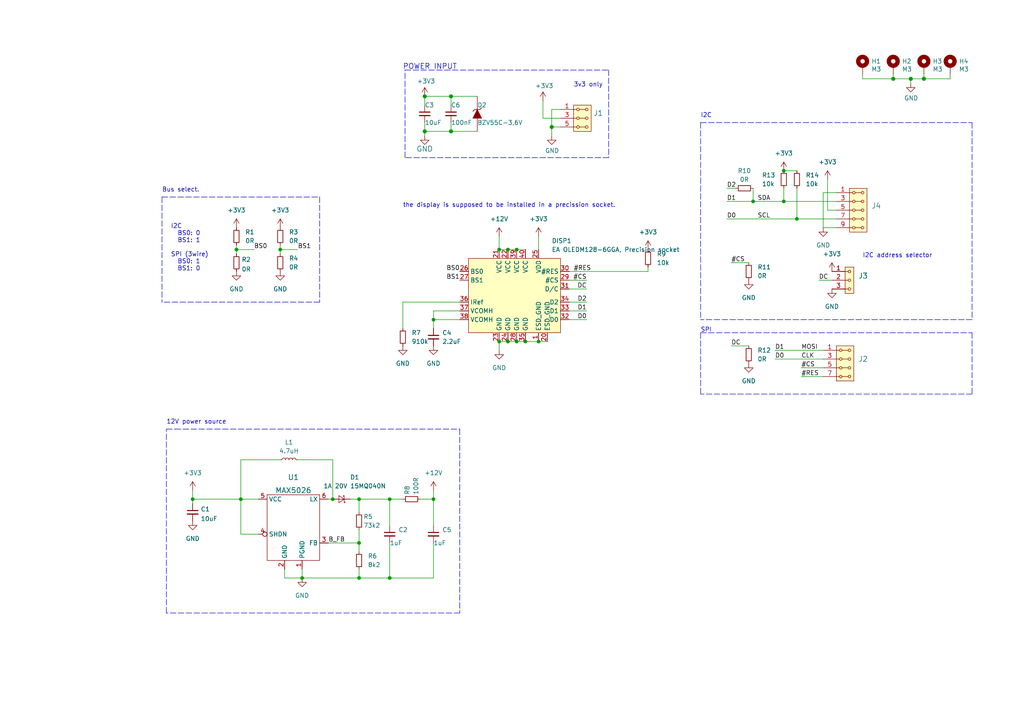
<source format=kicad_sch>
(kicad_sch (version 20211123) (generator eeschema)
  (paper "A4")
  (title_block (title "OLED01A") (date "2022-05-11") (company "MLAB") (comment 1 "roman-dvorak"))
  (lib_symbols
    (symbol "Device:C_Small" (pin_numbers hide) (pin_names (offset 0.254) hide)
      (property "Reference" "C" (at 0.254 1.778 0))
      (property "Value" "C_Small" (at 0.254 -2.032 0))
      (symbol "C_Small_0_1"
        (polyline (pts (xy -1.524 -0.508) (xy 1.524 -0.508)) (stroke (width 0.3302)))
        (polyline (pts (xy -1.524 0.508) (xy 1.524 0.508)) (stroke (width 0.3048)))
      )
      (symbol "C_Small_1_1"
        (pin passive line (at 0 2.54 270) (length 2.032) (name "~") (number "1"))
        (pin passive line (at 0 -2.54 90) (length 2.032) (name "~") (number "2"))
      )
    )
    (symbol "Device:D_Schottky_Small" (pin_numbers hide) (pin_names (offset 0.254) hide)
      (property "Reference" "D" (at -1.27 2.032 0))
      (property "Value" "D_Schottky_Small" (at -7.112 -2.032 0))
      (symbol "D_Schottky_Small_0_1"
        (polyline (pts (xy -0.762 -1.016) (xy -0.762 1.016)))
        (polyline (pts (xy -0.762 0) (xy 0.762 0)))
        (polyline (pts (xy -0.762 -1.016) (xy -0.508 -1.016) (xy -0.508 -0.762)))
        (polyline (pts (xy -0.762 1.016) (xy -1.016 1.016) (xy -1.016 0.762)))
        (polyline (pts (xy 0.762 -1.016) (xy -0.762 0) (xy 0.762 1.016) (xy 0.762 -1.016)))
      )
      (symbol "D_Schottky_Small_1_1"
        (pin passive line (at -2.54 0 0) (length 1.778) (name "K") (number "1"))
        (pin passive line (at 2.54 0 180) (length 1.778) (name "A") (number "2"))
      )
    )
    (symbol "Device:L_Small" (pin_numbers hide) (pin_names (offset 0.254) hide)
      (property "Reference" "L" (at 0.762 1.016 0))
      (property "Value" "L_Small" (at 0.762 -1.016 0))
      (symbol "L_Small_0_1"
        (arc (start 0 -2.032) (mid 0.508 -1.524) (end 0 -1.016))
        (arc (start 0 -1.016) (mid 0.508 -0.508) (end 0 0))
        (arc (start 0 0) (mid 0.508 0.508) (end 0 1.016))
        (arc (start 0 1.016) (mid 0.508 1.524) (end 0 2.032))
      )
      (symbol "L_Small_1_1"
        (pin passive line (at 0 2.54 270) (length 0.508) (name "~") (number "1"))
        (pin passive line (at 0 -2.54 90) (length 0.508) (name "~") (number "2"))
      )
    )
    (symbol "Device:R_Small" (pin_numbers hide) (pin_names (offset 0.254) hide)
      (property "Reference" "R" (at 0.762 0.508 0))
      (property "Value" "R_Small" (at 0.762 -1.016 0))
      (symbol "R_Small_0_1"
        (rectangle (start -0.762 1.778) (end 0.762 -1.778) (stroke (width 0.2032)))
      )
      (symbol "R_Small_1_1"
        (pin passive line (at 0 2.54 270) (length 0.762) (name "~") (number "1"))
        (pin passive line (at 0 -2.54 90) (length 0.762) (name "~") (number "2"))
      )
    )
    (symbol "ISM02A-rescue:C_Small-Device-ISM02A-rescue" (pin_numbers hide) (pin_names (offset 0.254) hide)
      (property "Reference" "C" (at 0.254 1.778 0))
      (property "Value" "C_Small-Device-ISM02A-rescue" (at 0.254 -2.032 0))
      (symbol "C_Small-Device-ISM02A-rescue_0_1"
        (polyline (pts (xy -1.524 -0.508) (xy 1.524 -0.508)) (stroke (width 0.3302)))
        (polyline (pts (xy -1.524 0.508) (xy 1.524 0.508)) (stroke (width 0.3048)))
      )
      (symbol "C_Small-Device-ISM02A-rescue_1_1"
        (pin passive line (at 0 2.54 270) (length 2.032) (name "~") (number "1"))
        (pin passive line (at 0 -2.54 90) (length 2.032) (name "~") (number "2"))
      )
    )
    (symbol "ISM02A-rescue:D_ZENER-MLAB_D" (pin_numbers hide) (pin_names (offset 1.016) hide)
      (property "Reference" "D" (at 0 2.54 0))
      (property "Value" "D_ZENER-MLAB_D" (at 0 -2.54 0))
      (symbol "D_ZENER-MLAB_D_0_1"
        (polyline (pts (xy -1.778 1.27) (xy -1.27 0.762) (xy -1.27 -0.762) (xy -0.762 -1.27) (xy -0.762 -1.27)) (stroke (width 0.2032)))
        (polyline (pts (xy -1.27 0) (xy 1.27 1.27) (xy 1.27 -1.27) (xy -1.27 0) (xy -1.27 0)) (fill (type outline)))
      )
      (symbol "D_ZENER-MLAB_D_1_1"
        (pin passive line (at -5.08 0 0) (length 3.81) (name "K") (number "1"))
        (pin passive line (at 5.08 0 180) (length 3.81) (name "A") (number "2"))
      )
    )
    (symbol "MLAB_DISPLAY:EA_OLEDM128-6"
      (property "Reference" "DISP" (at 16.51 21.59 0))
      (property "Value" "EA_OLEDM128-6" (at 21.59 19.05 0))
      (symbol "EA_OLEDM128-6_0_0"
        (pin power_in line (at 8.89 -12.7 90) (length 2.54) (name "ESD_GND") (number "1"))
        (pin no_connect line (at 55.88 -53.34 0) (length 2.54) hide (name "") (number "18"))
        (pin no_connect line (at 55.88 -55.88 0) (length 2.54) hide (name "") (number "19"))
        (pin no_connect line (at 55.88 -48.26 0) (length 2.54) hide (name "") (number "2"))
        (pin power_in line (at 11.43 -12.7 90) (length 2.54) (name "ESD_GND") (number "20"))
        (pin power_in line (at -2.54 13.97 270) (length 2.54) (name "VCC") (number "21"))
        (pin power_in line (at 0 13.97 270) (length 2.54) (name "VCC") (number "22"))
        (pin power_in line (at -2.54 -12.7 90) (length 2.54) (name "GND") (number "23"))
        (pin power_in line (at 0 -12.7 90) (length 2.54) (name "GND") (number "24"))
        (pin power_in line (at 8.89 13.97 270) (length 2.54) (name "VDD") (number "25"))
        (pin input line (at -13.97 7.62 0) (length 2.54) (name "BS0") (number "26"))
        (pin input line (at -13.97 5.08 0) (length 2.54) (name "BS1") (number "27"))
        (pin power_in line (at 2.54 -12.7 90) (length 2.54) (name "GND") (number "28"))
        (pin input line (at 17.78 5.08 180) (length 2.54) (name "#CS") (number "29"))
        (pin no_connect line (at 55.88 -50.8 0) (length 2.54) hide (name "") (number "3"))
        (pin input line (at 17.78 7.62 180) (length 2.54) (name "#RES") (number "30"))
        (pin input line (at 17.78 2.54 180) (length 2.54) (name "D/C") (number "31"))
        (pin input line (at 17.78 -6.35 180) (length 2.54) (name "D0") (number "32"))
        (pin input line (at 17.78 -3.81 180) (length 2.54) (name "D1") (number "33"))
        (pin input line (at 17.78 -1.27 180) (length 2.54) (name "D2") (number "34"))
        (pin power_in line (at 5.08 -12.7 90) (length 2.54) (name "GND") (number "35"))
        (pin power_in line (at -13.97 -1.27 0) (length 2.54) (name "IRef") (number "36"))
        (pin power_in line (at -13.97 -3.81 0) (length 2.54) (name "VCOMH") (number "37"))
        (pin power_in line (at -13.97 -6.35 0) (length 2.54) (name "VCOMH") (number "38"))
        (pin power_in line (at 2.54 13.97 270) (length 2.54) (name "VCC") (number "39"))
        (pin power_in line (at 5.08 13.97 270) (length 2.54) (name "VCC") (number "40"))
      )
      (symbol "EA_OLEDM128-6_0_1"
        (rectangle (start -11.43 11.43) (end 15.24 -10.16) (stroke (width 0.1524)) (fill (type background)))
      )
    )
    (symbol "MLAB_HEADER:HEADER_1x03" (pin_names (offset 1.016))
      (property "Reference" "J" (at 0 -5.08 0))
      (property "Value" "HEADER_1x03" (at 0 5.08 0))
      (symbol "HEADER_1x03_0_1"
        (rectangle (start -1.27 3.81) (end 1.27 -3.81) (fill (type background)))
        (circle (center 0 -2.54) (radius 0.381))
        (polyline (pts (xy -1.27 -2.54) (xy -0.381 -2.54)))
        (polyline (pts (xy -1.27 0) (xy -0.381 0)))
        (polyline (pts (xy -1.27 2.54) (xy -0.381 2.54)))
        (circle (center 0 0) (radius 0.381))
        (circle (center 0 2.54) (radius 0.381))
      )
      (symbol "HEADER_1x03_1_1"
        (pin input line (at -5.08 2.54 0) (length 3.81) (name "~") (number "1"))
        (pin input line (at -5.08 0 0) (length 3.81) (name "~") (number "2"))
        (pin input line (at -5.08 -2.54 0) (length 3.81) (name "~") (number "3"))
      )
    )
    (symbol "MLAB_HEADER:HEADER_2x03_PARALLEL" (pin_names (offset 1.016))
      (property "Reference" "J" (at 0 -5.08 0))
      (property "Value" "HEADER_2x03_PARALLEL" (at 0 5.08 0))
      (symbol "HEADER_2x03_PARALLEL_0_1"
        (rectangle (start -2.54 3.81) (end 2.54 -3.81) (fill (type background)))
        (circle (center -1.27 -2.54) (radius 0.381))
        (circle (center -1.27 0) (radius 0.381))
        (circle (center -1.27 2.54) (radius 0.381))
        (polyline (pts (xy -1.651 -2.54) (xy -2.54 -2.54)))
        (polyline (pts (xy -1.651 0) (xy -2.54 0)))
        (polyline (pts (xy -1.651 2.54) (xy -2.54 2.54)))
        (polyline (pts (xy -0.889 -2.54) (xy 0.889 -2.54)))
        (polyline (pts (xy -0.889 0) (xy 0.889 0)))
        (polyline (pts (xy -0.889 2.54) (xy 0.889 2.54)))
        (circle (center 1.27 -2.54) (radius 0.381))
        (circle (center 1.27 0) (radius 0.381))
        (circle (center 1.27 2.54) (radius 0.381))
      )
      (symbol "HEADER_2x03_PARALLEL_1_1"
        (pin input line (at -6.35 2.54 0) (length 3.81) (name "~") (number "1"))
        (pin input line (at -6.35 2.54 0) (length 3.81) hide (name "~") (number "2"))
        (pin input line (at -6.35 0 0) (length 3.81) (name "~") (number "3"))
        (pin input line (at -6.35 0 0) (length 3.81) hide (name "~") (number "4"))
        (pin input line (at -6.35 -2.54 0) (length 3.81) (name "~") (number "5"))
        (pin input line (at -6.35 -2.54 0) (length 3.81) hide (name "~") (number "6"))
      )
    )
    (symbol "MLAB_HEADER:HEADER_2x04_PARALLEL" (pin_names (offset 1.016))
      (property "Reference" "J" (at 0 -6.35 0))
      (property "Value" "HEADER_2x04_PARALLEL" (at 0 6.35 0))
      (symbol "HEADER_2x04_PARALLEL_0_1"
        (rectangle (start -2.54 5.08) (end 2.54 -5.08) (fill (type background)))
        (circle (center -1.27 -3.81) (radius 0.381))
        (circle (center -1.27 -1.27) (radius 0.381))
        (circle (center -1.27 1.27) (radius 0.381))
        (circle (center -1.27 3.81) (radius 0.381))
        (polyline (pts (xy -1.651 -3.81) (xy -2.54 -3.81)))
        (polyline (pts (xy -1.651 -1.27) (xy -2.54 -1.27)))
        (polyline (pts (xy -1.651 1.27) (xy -2.54 1.27)))
        (polyline (pts (xy -1.651 3.81) (xy -2.54 3.81)))
        (polyline (pts (xy -0.889 -3.81) (xy 0.889 -3.81)))
        (polyline (pts (xy -0.889 -1.27) (xy 0.889 -1.27)))
        (polyline (pts (xy -0.889 1.27) (xy 0.889 1.27)))
        (polyline (pts (xy -0.889 3.81) (xy 0.889 3.81)))
        (circle (center 1.27 -3.81) (radius 0.381))
        (circle (center 1.27 -1.27) (radius 0.381))
        (circle (center 1.27 1.27) (radius 0.381))
        (circle (center 1.27 3.81) (radius 0.381))
      )
      (symbol "HEADER_2x04_PARALLEL_1_1"
        (pin input line (at -6.35 3.81 0) (length 3.81) (name "~") (number "1"))
        (pin input line (at -6.35 3.81 0) (length 3.81) hide (name "~") (number "2"))
        (pin input line (at -6.35 1.27 0) (length 3.81) (name "~") (number "3"))
        (pin input line (at -6.35 1.27 0) (length 3.81) hide (name "~") (number "4"))
        (pin input line (at -6.35 -1.27 0) (length 3.81) (name "~") (number "5"))
        (pin input line (at -6.35 -1.27 0) (length 3.81) hide (name "~") (number "6"))
        (pin input line (at -6.35 -3.81 0) (length 3.81) (name "~") (number "7"))
        (pin input line (at -6.35 -3.81 0) (length 3.81) hide (name "~") (number "8"))
      )
    )
    (symbol "MLAB_HEADER:HEADER_2x05_PARALLEL" (pin_names (offset 1.016))
      (property "Reference" "J" (at 0 -7.62 0))
      (property "Value" "HEADER_2x05_PARALLEL" (at 0 7.62 0))
      (symbol "HEADER_2x05_PARALLEL_0_1"
        (rectangle (start -2.54 6.35) (end 2.54 -6.35) (fill (type background)))
        (circle (center -1.27 -5.08) (radius 0.381))
        (circle (center -1.27 -2.54) (radius 0.381))
        (circle (center -1.27 0) (radius 0.381))
        (circle (center -1.27 2.54) (radius 0.381))
        (circle (center -1.27 5.08) (radius 0.381))
        (polyline (pts (xy -1.651 -5.08) (xy -2.54 -5.08)))
        (polyline (pts (xy -1.651 -2.54) (xy -2.54 -2.54)))
        (polyline (pts (xy -1.651 0) (xy -2.54 0)))
        (polyline (pts (xy -1.651 2.54) (xy -2.54 2.54)))
        (polyline (pts (xy -1.651 5.08) (xy -2.54 5.08)))
        (polyline (pts (xy -0.889 -5.08) (xy 0.889 -5.08)))
        (polyline (pts (xy -0.889 -2.54) (xy 0.889 -2.54)))
        (polyline (pts (xy -0.889 0) (xy 0.889 0)))
        (polyline (pts (xy -0.889 2.54) (xy 0.889 2.54)))
        (polyline (pts (xy -0.889 5.08) (xy 0.889 5.08)))
        (circle (center 1.27 -5.08) (radius 0.381))
        (circle (center 1.27 -2.54) (radius 0.381))
        (circle (center 1.27 0) (radius 0.381))
        (circle (center 1.27 2.54) (radius 0.381))
        (circle (center 1.27 5.08) (radius 0.381))
      )
      (symbol "HEADER_2x05_PARALLEL_1_1"
        (pin input line (at -6.35 5.08 0) (length 3.81) (name "~") (number "1"))
        (pin input line (at -6.35 -5.08 0) (length 3.81) hide (name "~") (number "10"))
        (pin input line (at -6.35 5.08 0) (length 3.81) hide (name "~") (number "2"))
        (pin input line (at -6.35 2.54 0) (length 3.81) (name "~") (number "3"))
        (pin input line (at -6.35 2.54 0) (length 3.81) hide (name "~") (number "4"))
        (pin input line (at -6.35 0 0) (length 3.81) (name "~") (number "5"))
        (pin input line (at -6.35 0 0) (length 3.81) hide (name "~") (number "6"))
        (pin input line (at -6.35 -2.54 0) (length 3.81) (name "~") (number "7"))
        (pin input line (at -6.35 -2.54 0) (length 3.81) hide (name "~") (number "8"))
        (pin input line (at -6.35 -5.08 0) (length 3.81) (name "~") (number "9"))
      )
    )
    (symbol "MLAB_IO:MAX5026"
      (property "Reference" "U" (at -5.08 10.16 0))
      (property "Value" "MAX5026" (at 1.27 2.54 0))
      (symbol "MAX5026_0_1"
        (rectangle (start -7.62 8.89) (end 7.62 -10.16))
      )
      (symbol "MAX5026_1_1"
        (pin unspecified line (at 2.54 -12.7 90) (length 2.54) (name "PGND") (number "1"))
        (pin unspecified line (at -2.54 -12.7 90) (length 2.54) (name "GND") (number "2"))
        (pin unspecified line (at 10.16 -5.08 180) (length 2.54) (name "FB") (number "3"))
        (pin unspecified inverted (at -10.16 -2.54 0) (length 2.54) (name "SHDN") (number "4"))
        (pin unspecified line (at -10.16 7.62 0) (length 2.54) (name "VCC") (number "5"))
        (pin unspecified line (at 10.16 7.62 180) (length 2.54) (name "LX") (number "6"))
      )
    )
    (symbol "Mechanical:MountingHole_Pad" (pin_numbers hide) (pin_names (offset 1.016) hide)
      (property "Reference" "H" (at 0 6.35 0))
      (property "Value" "MountingHole_Pad" (at 0 4.445 0))
      (symbol "MountingHole_Pad_0_1"
        (circle (center 0 1.27) (radius 1.27) (stroke (width 1.27)))
      )
      (symbol "MountingHole_Pad_1_1"
        (pin input line (at 0 -2.54 90) (length 2.54) (name "1") (number "1"))
      )
    )
    (symbol "power:+12V" (power) (pin_names (offset 0))
      (property "Value" "+12V" (at 0 3.556 0))
      (symbol "+12V_0_1"
        (polyline (pts (xy -0.762 1.27) (xy 0 2.54)))
        (polyline (pts (xy 0 0) (xy 0 2.54)))
        (polyline (pts (xy 0 2.54) (xy 0.762 1.27)))
      )
      (symbol "+12V_1_1"
        (pin power_in line (at 0 0 90) (length 0) hide (name "+12V") (number "1"))
      )
    )
    (symbol "power:+3.3V" (power) (pin_names (offset 0))
      (property "Value" "+3.3V" (at 0 3.556 0))
      (symbol "+3.3V_0_1"
        (polyline (pts (xy -0.762 1.27) (xy 0 2.54)))
        (polyline (pts (xy 0 0) (xy 0 2.54)))
        (polyline (pts (xy 0 2.54) (xy 0.762 1.27)))
      )
      (symbol "+3.3V_1_1"
        (pin power_in line (at 0 0 90) (length 0) hide (name "+3V3") (number "1"))
      )
    )
    (symbol "power:+3V3" (power) (pin_names (offset 0))
      (property "Value" "+3V3" (at 0 3.556 0))
      (symbol "+3V3_0_1"
        (polyline (pts (xy -0.762 1.27) (xy 0 2.54)))
        (polyline (pts (xy 0 0) (xy 0 2.54)))
        (polyline (pts (xy 0 2.54) (xy 0.762 1.27)))
      )
      (symbol "+3V3_1_1"
        (pin power_in line (at 0 0 90) (length 0) hide (name "+3V3") (number "1"))
      )
    )
    (symbol "power:GND" (power) (pin_names (offset 0))
      (property "Value" "GND" (at 0 -3.81 0))
      (symbol "GND_0_1"
        (polyline (pts (xy 0 0) (xy 0 -1.27) (xy 1.27 -1.27) (xy 0 -2.54) (xy -1.27 -1.27) (xy 0 -1.27)))
      )
      (symbol "GND_1_1"
        (pin power_in line (at 0 0 270) (length 0) hide (name "GND") (number "1"))
      )
    )
  )
  (junction (at 147.32 99.06))
  (junction (at 55.88 144.78))
  (junction (at 156.21 99.06))
  (junction (at 113.03 167.64))
  (junction (at 227.33 58.42))
  (junction (at 113.03 144.78))
  (junction (at 149.86 99.06))
  (junction (at 123.19 27.94) (diameter 1.016))
  (junction (at 152.4 99.06))
  (junction (at 125.73 144.78))
  (junction (at 227.33 49.53))
  (junction (at 264.16 22.86) (diameter 1.016))
  (junction (at 104.14 157.48))
  (junction (at 87.63 167.64))
  (junction (at 149.86 72.39))
  (junction (at 218.44 58.42))
  (junction (at 68.58 72.39))
  (junction (at 81.28 72.39))
  (junction (at 130.81 38.1) (diameter 1.016))
  (junction (at 104.14 144.78))
  (junction (at 69.85 144.78))
  (junction (at 144.78 72.39))
  (junction (at 147.32 72.39))
  (junction (at 231.14 63.5))
  (junction (at 144.78 99.06))
  (junction (at 267.97 22.86) (diameter 1.016))
  (junction (at 96.52 144.78))
  (junction (at 259.08 22.86) (diameter 1.016))
  (junction (at 104.14 167.64))
  (junction (at 123.19 38.1) (diameter 1.016))
  (junction (at 160.02 36.83) (diameter 1.016))
  (junction (at 125.73 92.71))
  (junction (at 130.81 27.94) (diameter 1.016))
  (wire (pts (xy 74.93 154.94) (xy 69.85 154.94)))
  (wire (pts (xy 156.21 68.58) (xy 156.21 72.39)))
  (wire (pts (xy 238.76 66.04) (xy 242.57 66.04)))
  (wire (pts (xy 156.21 99.06) (xy 158.75 99.06)))
  (wire (pts (xy 74.93 144.78) (xy 69.85 144.78)))
  (wire (pts (xy 144.78 99.06) (xy 147.32 99.06)))
  (wire (pts (xy 130.81 38.1) (xy 138.43 38.1)))
  (wire (pts (xy 125.73 144.78) (xy 125.73 152.4)))
  (wire (pts (xy 73.66 72.39) (xy 68.58 72.39)))
  (wire (pts (xy 232.41 106.68) (xy 238.76 106.68)))
  (polyline (pts (xy 281.94 35.56) (xy 281.94 92.71)))
  (polyline (pts (xy 176.53 45.72) (xy 117.475 45.72)) (stroke (width 0) (type dash)))
  (wire (pts (xy 104.14 167.64) (xy 113.03 167.64)))
  (wire (pts (xy 224.79 101.6) (xy 238.76 101.6)))
  (wire (pts (xy 130.81 38.1) (xy 123.19 38.1)))
  (polyline (pts (xy 117.475 45.72) (xy 117.475 20.32)) (stroke (width 0) (type dash)))
  (wire (pts (xy 116.84 87.63) (xy 116.84 95.25)))
  (wire (pts (xy 96.52 133.35) (xy 96.52 144.78)))
  (wire (pts (xy 227.33 54.61) (xy 227.33 58.42)))
  (wire (pts (xy 160.02 36.83) (xy 160.02 39.37)))
  (wire (pts (xy 95.25 157.48) (xy 104.14 157.48)))
  (polyline (pts (xy 176.53 20.32) (xy 176.53 45.72)) (stroke (width 0) (type dash)))
  (wire (pts (xy 231.14 54.61) (xy 231.14 63.5)))
  (wire (pts (xy 227.33 58.42) (xy 242.57 58.42)))
  (wire (pts (xy 86.36 133.35) (xy 96.52 133.35)))
  (polyline (pts (xy 50.8 124.46) (xy 133.35 124.46)))
  (wire (pts (xy 267.97 21.59) (xy 267.97 22.86)))
  (wire (pts (xy 68.58 72.39) (xy 68.58 73.66)))
  (polyline (pts (xy 281.94 92.71) (xy 203.2 92.71)))
  (polyline (pts (xy 203.2 35.56) (xy 203.2 92.71)))
  (wire (pts (xy 212.09 76.2) (xy 217.17 76.2)))
  (wire (pts (xy 104.14 165.1) (xy 104.14 167.64)))
  (wire (pts (xy 160.02 36.83) (xy 162.56 36.83)))
  (polyline (pts (xy 48.26 177.8) (xy 48.26 124.46)))
  (wire (pts (xy 133.35 87.63) (xy 116.84 87.63)))
  (wire (pts (xy 104.14 157.48) (xy 104.14 160.02)))
  (wire (pts (xy 81.28 72.39) (xy 81.28 73.66)))
  (wire (pts (xy 238.76 55.88) (xy 238.76 66.04)))
  (wire (pts (xy 125.73 92.71) (xy 125.73 95.25)))
  (wire (pts (xy 125.73 167.64) (xy 125.73 157.48)))
  (wire (pts (xy 69.85 154.94) (xy 69.85 144.78)))
  (wire (pts (xy 165.1 81.28) (xy 170.18 81.28)))
  (wire (pts (xy 123.19 38.1) (xy 123.19 39.37)))
  (wire (pts (xy 121.92 144.78) (xy 125.73 144.78)))
  (wire (pts (xy 138.43 27.94) (xy 130.81 27.94)))
  (wire (pts (xy 250.19 21.59) (xy 250.19 22.86)))
  (wire (pts (xy 104.14 148.59) (xy 104.14 144.78)))
  (wire (pts (xy 218.44 54.61) (xy 218.44 58.42)))
  (wire (pts (xy 82.55 167.64) (xy 87.63 167.64)))
  (wire (pts (xy 232.41 109.22) (xy 238.76 109.22)))
  (polyline (pts (xy 203.2 96.52) (xy 281.94 96.52)))
  (wire (pts (xy 87.63 167.64) (xy 87.63 165.1)))
  (polyline (pts (xy 46.99 57.15) (xy 92.71 57.15)))
  (wire (pts (xy 144.78 72.39) (xy 144.78 68.58)))
  (polyline (pts (xy 281.94 96.52) (xy 281.94 114.3)))
  (wire (pts (xy 165.1 83.82) (xy 170.18 83.82)))
  (wire (pts (xy 242.57 55.88) (xy 238.76 55.88)))
  (wire (pts (xy 130.81 27.94) (xy 123.19 27.94)))
  (wire (pts (xy 82.55 165.1) (xy 82.55 167.64)))
  (polyline (pts (xy 117.475 20.32) (xy 176.53 20.32)) (stroke (width 0) (type dash)))
  (wire (pts (xy 165.1 87.63) (xy 170.18 87.63)))
  (wire (pts (xy 242.57 60.96) (xy 240.03 60.96)))
  (wire (pts (xy 231.14 63.5) (xy 242.57 63.5)))
  (wire (pts (xy 55.88 144.78) (xy 55.88 146.05)))
  (wire (pts (xy 123.19 27.94) (xy 123.19 30.48)))
  (wire (pts (xy 113.03 144.78) (xy 116.84 144.78)))
  (wire (pts (xy 69.85 144.78) (xy 55.88 144.78)))
  (wire (pts (xy 157.48 34.29) (xy 157.48 29.21)))
  (wire (pts (xy 81.28 133.35) (xy 69.85 133.35)))
  (wire (pts (xy 149.86 72.39) (xy 152.4 72.39)))
  (wire (pts (xy 113.03 167.64) (xy 125.73 167.64)))
  (wire (pts (xy 218.44 58.42) (xy 227.33 58.42)))
  (polyline (pts (xy 48.26 124.46) (xy 50.8 124.46)))
  (wire (pts (xy 55.88 142.24) (xy 55.88 144.78)))
  (polyline (pts (xy 133.35 177.8) (xy 48.26 177.8)))
  (wire (pts (xy 264.16 22.86) (xy 264.16 24.13)))
  (wire (pts (xy 113.03 144.78) (xy 113.03 152.4)))
  (wire (pts (xy 227.33 49.53) (xy 231.14 49.53)))
  (wire (pts (xy 123.19 35.56) (xy 123.19 38.1)))
  (polyline (pts (xy 46.99 57.15) (xy 46.99 87.63)))
  (wire (pts (xy 187.96 77.47) (xy 187.96 78.74)))
  (wire (pts (xy 250.19 22.86) (xy 259.08 22.86)))
  (wire (pts (xy 147.32 72.39) (xy 149.86 72.39)))
  (wire (pts (xy 210.82 54.61) (xy 213.36 54.61)))
  (polyline (pts (xy 133.35 124.46) (xy 133.35 177.8)))
  (wire (pts (xy 81.28 72.39) (xy 81.28 71.12)))
  (wire (pts (xy 165.1 78.74) (xy 187.96 78.74)))
  (polyline (pts (xy 203.2 96.52) (xy 203.2 114.3)))
  (wire (pts (xy 125.73 92.71) (xy 133.35 92.71)))
  (wire (pts (xy 130.81 27.94) (xy 130.81 30.48)))
  (wire (pts (xy 160.02 31.75) (xy 160.02 36.83)))
  (wire (pts (xy 212.09 100.33) (xy 217.17 100.33)))
  (wire (pts (xy 144.78 72.39) (xy 147.32 72.39)))
  (wire (pts (xy 86.36 72.39) (xy 81.28 72.39)))
  (wire (pts (xy 147.32 99.06) (xy 149.86 99.06)))
  (wire (pts (xy 152.4 99.06) (xy 156.21 99.06)))
  (wire (pts (xy 149.86 99.06) (xy 152.4 99.06)))
  (wire (pts (xy 104.14 144.78) (xy 101.6 144.78)))
  (wire (pts (xy 113.03 167.64) (xy 113.03 157.48)))
  (wire (pts (xy 210.82 58.42) (xy 218.44 58.42)))
  (wire (pts (xy 133.35 90.17) (xy 125.73 90.17)))
  (wire (pts (xy 237.49 81.28) (xy 241.3 81.28)))
  (polyline (pts (xy 203.2 35.56) (xy 281.94 35.56)))
  (wire (pts (xy 275.59 22.86) (xy 275.59 21.59)))
  (wire (pts (xy 125.73 90.17) (xy 125.73 92.71)))
  (polyline (pts (xy 92.71 87.63) (xy 46.99 87.63)))
  (wire (pts (xy 165.1 92.71) (xy 170.18 92.71)))
  (wire (pts (xy 259.08 21.59) (xy 259.08 22.86)))
  (wire (pts (xy 267.97 22.86) (xy 275.59 22.86)))
  (polyline (pts (xy 281.94 114.3) (xy 203.2 114.3)))
  (wire (pts (xy 224.79 104.14) (xy 238.76 104.14)))
  (wire (pts (xy 104.14 144.78) (xy 113.03 144.78)))
  (wire (pts (xy 162.56 31.75) (xy 160.02 31.75)))
  (wire (pts (xy 104.14 167.64) (xy 87.63 167.64)))
  (wire (pts (xy 68.58 72.39) (xy 68.58 71.12)))
  (wire (pts (xy 69.85 133.35) (xy 69.85 144.78)))
  (wire (pts (xy 240.03 52.07) (xy 240.03 60.96)))
  (wire (pts (xy 130.81 35.56) (xy 130.81 38.1)))
  (wire (pts (xy 104.14 153.67) (xy 104.14 157.48)))
  (wire (pts (xy 144.78 99.06) (xy 144.78 101.6)))
  (polyline (pts (xy 92.71 57.15) (xy 92.71 87.63)))
  (wire (pts (xy 162.56 34.29) (xy 157.48 34.29)))
  (wire (pts (xy 125.73 144.78) (xy 125.73 142.24)))
  (wire (pts (xy 165.1 90.17) (xy 170.18 90.17)))
  (wire (pts (xy 264.16 22.86) (xy 267.97 22.86)))
  (wire (pts (xy 210.82 63.5) (xy 231.14 63.5)))
  (wire (pts (xy 259.08 22.86) (xy 264.16 22.86)))
  (wire (pts (xy 96.52 144.78) (xy 95.25 144.78)))
  (text "I2C address selector" (at 250.19 74.93 0) (effects (font (size 1.27 1.27)) (justify left bottom)))
  (text "I2C" (at 203.2 34.29 0) (effects (font (size 1.27 1.27)) (justify left bottom)))
  (text "I2C\n  BS0: 0\n  BS1: 1\n\nSPI (3wire)\n  BS0: 1\n  BS1: 0" (at 49.53 78.74 0) (effects (font (size 1.27 1.27)) (justify left bottom)))
  (text "12V power source" (at 48.26 123.19 0) (effects (font (size 1.27 1.27)) (justify left bottom)))
  (text "the display is supposed to be installed in a precission socket. " (at 116.84 60.325 0) (effects (font (size 1.27 1.27)) (justify left bottom)))
  (text "POWER INPUT" (at 116.84 20.32 0) (effects (font (size 1.524 1.524)) (justify left bottom)))
  (text "3v3 only" (at 166.37 25.4 0) (effects (font (size 1.27 1.27)) (justify left bottom)))
  (text "Bus select." (at 46.99 55.88 0) (effects (font (size 1.27 1.27)) (justify left bottom)))
  (text "SPI" (at 203.2 96.52 0) (effects (font (size 1.27 1.27)) (justify left bottom)))
  (label "D0" (at 224.79 104.14 0))
  (label "D0" (at 170.18 92.71 180))
  (label "D2" (at 210.82 54.61 0))
  (label "#CS" (at 232.41 106.68 0))
  (label "CLK" (at 232.41 104.14 0))
  (label "B_FB" (at 95.25 157.48 0))
  (label "#CS" (at 212.09 76.2 0))
  (label "BS0" (at 73.66 72.39 0))
  (label "BS0" (at 133.35 78.74 180))
  (label "D1" (at 170.18 90.17 180))
  (label "DC" (at 170.18 83.82 180))
  (label "DC" (at 212.09 100.33 0))
  (label "#RES" (at 232.41 109.22 0))
  (label "#RES" (at 171.45 78.74 180))
  (label "DC" (at 237.49 81.28 0))
  (label "BS1" (at 133.35 81.28 180))
  (label "BS1" (at 86.36 72.39 0))
  (label "D0" (at 210.82 63.5 0))
  (label "D2" (at 170.18 87.63 180))
  (label "MOSI" (at 232.41 101.6 0))
  (label "#CS" (at 170.18 81.28 180))
  (label "D1" (at 224.79 101.6 0))
  (label "SDA" (at 219.71 58.42 0))
  (label "D1" (at 210.82 58.42 0))
  (label "SCL" (at 219.71 63.5 0))
  (symbol (lib_id "Device:R_Small") (at 68.58 68.58 0) (unit 1)
    (property "Reference" "R1" (at 71.12 67.3099 0) (effects (justify left)))
    (property "Value" "0R" (at 71.12 69.8499 0) (effects (justify left)))
    (property "Footprint" "Resistor_SMD:R_0805_2012Metric" (effects hide))
    (property "Footprint" "Resistor_SMD:R_0805_2012Metric" (effects hide))
    (property "UST_ID" "5c70984512875079b91f896b" (effects hide))
  )
  (symbol (lib_id "power:+3V3") (at 68.58 66.04 0) (unit 1)
    (property "Reference" "#PWR03" (effects hide))
    (property "Value" "+3V3" (at 68.58 60.96 0))
  )
  (symbol (lib_id "power:GND") (at 241.3 83.82 0) (unit 1)
    (property "Reference" "#PWR025" (effects hide))
    (property "Value" "GND" (at 241.3 88.9 0))
  )
  (symbol (lib_id "Device:R_Small") (at 81.28 76.2 0) (unit 1)
    (property "Reference" "R4" (at 83.82 74.9299 0) (effects (justify left)))
    (property "Value" "0R" (at 83.82 77.4699 0) (effects (justify left)))
    (property "Footprint" "Resistor_SMD:R_0805_2012Metric" (effects hide))
    (property "Footprint" "Resistor_SMD:R_0805_2012Metric" (effects hide))
    (property "UST_ID" "5c70984512875079b91f896b" (effects hide))
  )
  (symbol (lib_id "power:+3.3V") (at 123.19 27.94 0) (unit 1)
    (property "Reference" "#PWR09" (effects hide))
    (property "Value" "+3.3V" (at 123.571 23.5458 0))
  )
  (symbol (lib_id "power:GND") (at 238.76 66.04 0) (unit 1)
    (property "Reference" "#PWR022" (effects hide))
    (property "Value" "GND" (at 238.76 71.12 0))
  )
  (symbol (lib_id "power:GND") (at 125.73 100.33 0) (unit 1)
    (property "Reference" "#PWR011" (effects hide))
    (property "Value" "GND" (at 125.73 105.41 0))
  )
  (symbol (lib_id "power:GND") (at 68.58 78.74 0) (unit 1)
    (property "Reference" "#PWR04" (effects hide))
    (property "Value" "GND" (at 68.58 83.82 0))
  )
  (symbol (lib_id "power:+3V3") (at 187.96 72.39 0) (unit 1)
    (property "Reference" "#PWR018" (effects hide))
    (property "Value" "+3V3" (at 187.96 67.31 0))
  )
  (symbol (lib_id "ISM02A-rescue:C_Small-Device-ISM02A-rescue") (at 130.81 33.02 0) (unit 1)
    (property "Reference" "C6" (at 130.81 30.48 0) (effects (justify left)))
    (property "Value" "100nF" (at 130.81 35.56 0) (effects (justify left)))
    (property "Footprint" "Capacitor_SMD:C_0805_2012Metric" (effects hide))
    (property "UST_id" "C0805_100n" (effects hide))
    (property "UST_ID" "5c70984712875079b91f8b4c" (effects hide))
  )
  (symbol (lib_id "Device:C_Small") (at 125.73 97.79 0) (unit 1)
    (property "Reference" "C4" (at 128.27 96.5262 0) (effects (justify left)))
    (property "Value" "2.2uF" (at 128.27 99.0662 0) (effects (justify left)))
    (property "Footprint" "Capacitor_SMD:C_0805_2012Metric" (effects hide))
    (property "Footprint" "Capacitor_SMD:C_0805_2012Metric" (effects hide))
    (property "UST_ID" "5c70984712875079b91f8b51" (effects hide))
  )
  (symbol (lib_id "Device:R_Small") (at 215.9 54.61 90) (unit 1)
    (property "Reference" "R10" (at 215.9 49.53 90))
    (property "Value" "0R" (at 215.9 52.07 90))
    (property "Footprint" "Resistor_SMD:R_0805_2012Metric" (effects hide))
    (property "Footprint" "Resistor_SMD:R_0805_2012Metric" (effects hide))
    (property "UST_ID" "5c70984512875079b91f896b" (effects hide))
  )
  (symbol (lib_id "Device:R_Small") (at 68.58 76.2 0) (unit 1)
    (property "Reference" "R2" (at 70.0786 75.2915 0) (effects (justify left)))
    (property "Value" "0R" (at 70.0786 78.0666 0) (effects (justify left)))
    (property "Footprint" "Resistor_SMD:R_0805_2012Metric" (effects hide))
    (property "Footprint" "Resistor_SMD:R_0805_2012Metric" (effects hide))
    (property "UST_ID" "5c70984512875079b91f896b" (effects hide))
  )
  (symbol (lib_id "Device:R_Small") (at 231.14 52.07 0) (unit 1)
    (property "Reference" "R14" (at 233.68 50.7999 0) (effects (justify left)))
    (property "Value" "10k" (at 233.68 53.3399 0) (effects (justify left)))
    (property "Footprint" "Resistor_SMD:R_0805_2012Metric" (effects hide))
    (property "Footprint" "Resistor_SMD:R_0805_2012Metric" (effects hide))
    (property "UST_ID" "5c70984612875079b91f899f" (effects hide))
  )
  (symbol (lib_id "power:GND") (at 264.16 24.13 0) (unit 1)
    (property "Reference" "#PWR026" (effects hide))
    (property "Value" "GND" (at 264.2743 28.4544 0))
  )
  (symbol (lib_id "Device:D_Schottky_Small") (at 99.06 144.78 180) (unit 1)
    (property "Reference" "D1" (at 102.87 138.43 0))
    (property "Value" "1A 20V 15MQ040N" (at 102.87 140.97 0))
    (property "Footprint" "Diode_SMD:D_SMA" (effects hide))
    (property "UST_ID" "5c70984512875079b91f88b0" (effects hide))
  )
  (symbol (lib_id "Device:C_Small") (at 55.88 148.59 0) (unit 1)
    (property "Reference" "C1" (at 58.2041 147.6878 0) (effects (justify left)))
    (property "Value" "10uF" (at 58.2041 150.4629 0) (effects (justify left)))
    (property "Footprint" "Capacitor_SMD:C_0805_2012Metric" (effects hide))
    (property "Footprint" "Capacitor_SMD:C_0805_2012Metric" (effects hide))
    (property "UST_ID" "5c70984812875079b91f8bbe" (effects hide))
  )
  (symbol (lib_id "Device:R_Small") (at 104.14 162.56 0) (unit 1)
    (property "Reference" "R6" (at 106.68 161.2899 0) (effects (justify left)))
    (property "Value" "8k2" (at 106.68 163.8299 0) (effects (justify left)))
    (property "Footprint" "Resistor_SMD:R_0805_2012Metric" (effects hide))
    (property "UST_ID" "5c70984612875079b91f899c" (effects hide))
  )
  (symbol (lib_id "ISM02A-rescue:D_ZENER-MLAB_D") (at 138.43 33.02 270) (unit 1)
    (property "Reference" "D2" (at 138.43 30.48 90) (effects (justify left)))
    (property "Value" "BZV55C-3,6V" (at 138.43 35.56 90) (effects (justify left)))
    (property "Footprint" "Diode_SMD:D_MiniMELF" (effects hide))
    (property "UST_ID" "5c70984512875079b91f88b1" (effects hide))
  )
  (symbol (lib_id "power:+3V3") (at 227.33 49.53 0) (unit 1)
    (property "Reference" "#PWR021" (effects hide))
    (property "Value" "+3V3" (at 227.33 44.45 0))
  )
  (symbol (lib_id "power:+3V3") (at 156.21 68.58 0) (unit 1)
    (property "Reference" "#PWR015" (effects hide))
    (property "Value" "+3V3" (at 156.21 63.5 0))
  )
  (symbol (lib_id "Mechanical:MountingHole_Pad") (at 275.59 19.05 0) (unit 1) (in_bom no)
    (property "Reference" "H4" (at 278.1301 17.7736 0) (effects (justify left)))
    (property "Value" "M3" (at 278.1301 20.0723 0) (effects (justify left)))
    (property "Footprint" "Mlab_Mechanical:MountingHole_3mm" (effects hide))
  )
  (symbol (lib_id "Device:R_Small") (at 187.96 74.93 0) (unit 1)
    (property "Reference" "R9" (at 190.5 73.6599 0) (effects (justify left)))
    (property "Value" "10k" (at 190.5 76.1999 0) (effects (justify left)))
    (property "Footprint" "Resistor_SMD:R_0805_2012Metric" (effects hide))
    (property "Footprint" "Resistor_SMD:R_0805_2012Metric" (effects hide))
    (property "UST_ID" "5c70984612875079b91f899f" (effects hide))
  )
  (symbol (lib_id "Device:R_Small") (at 217.17 102.87 0) (unit 1)
    (property "Reference" "R12" (at 219.71 101.5999 0) (effects (justify left)))
    (property "Value" "0R" (at 219.71 104.1399 0) (effects (justify left)))
    (property "Footprint" "Resistor_SMD:R_0805_2012Metric" (effects hide))
    (property "UST_ID" "5c70984512875079b91f896b" (effects hide))
  )
  (symbol (lib_id "Mechanical:MountingHole_Pad") (at 267.97 19.05 0) (unit 1) (in_bom no)
    (property "Reference" "H3" (at 270.5101 17.7736 0) (effects (justify left)))
    (property "Value" "M3" (at 270.5101 20.0723 0) (effects (justify left)))
    (property "Footprint" "Mlab_Mechanical:MountingHole_3mm" (effects hide))
  )
  (symbol (lib_id "power:GND") (at 123.19 39.37 0) (unit 1)
    (property "Reference" "#PWR010" (effects hide))
    (property "Value" "GND" (at 123.19 43.18 0) (effects (font (size 1.524 1.524))))
  )
  (symbol (lib_id "power:GND") (at 55.88 151.13 0) (unit 1)
    (property "Reference" "#PWR02" (effects hide))
    (property "Value" "GND" (at 55.88 156.21 0))
  )
  (symbol (lib_id "Device:L_Small") (at 83.82 133.35 90) (unit 1)
    (property "Reference" "L1" (at 83.82 128.27 90))
    (property "Value" "4.7uH" (at 83.82 130.81 90))
    (property "Footprint" "Inductor_SMD:L_Bourns_SRN6045TA" (effects hide))
    (property "UST_ID" "5c70984412875079b91f8828" (effects hide))
  )
  (symbol (lib_id "power:GND") (at 116.84 100.33 0) (unit 1)
    (property "Reference" "#PWR08" (effects hide))
    (property "Value" "GND" (at 116.84 105.41 0))
  )
  (symbol (lib_id "power:+12V") (at 144.78 68.58 0) (unit 1)
    (property "Reference" "#PWR013" (effects hide))
    (property "Value" "+12V" (at 144.78 63.5 0))
  )
  (symbol (lib_id "MLAB_HEADER:HEADER_2x05_PARALLEL") (at 248.92 60.96 0) (unit 1)
    (property "Reference" "J4" (at 252.73 59.69 0) (effects (font (size 1.524 1.524)) (justify left)))
    (property "Value" "HEADER_2x05_PARALLEL" (at 252.73 63.5 0) (effects (font (size 1.524 1.524)) (justify left)))
    (property "Footprint" "Mlab_Pin_Headers:Straight_2x05" (effects hide))
    (property "Value" "HEADER_2x05_PARALLEL" (effects hide))
  )
  (symbol (lib_id "MLAB_HEADER:HEADER_2x03_PARALLEL") (at 168.91 34.29 0) (unit 1)
    (property "Reference" "J1" (at 172.0851 32.8219 0) (effects (font (size 1.524 1.524)) (justify left)))
    (property "Value" "HEADER_2x03_PARALLEL" (effects hide))
    (property "Footprint" "Mlab_Pin_Headers:Straight_2x03" (effects hide))
  )
  (symbol (lib_id "Device:R_Small") (at 227.33 52.07 0) (unit 1)
    (property "Reference" "R13" (at 220.98 50.8 0) (effects (justify left)))
    (property "Value" "10k" (at 220.98 53.34 0) (effects (justify left)))
    (property "Footprint" "Resistor_SMD:R_0805_2012Metric" (effects hide))
    (property "Footprint" "Resistor_SMD:R_0805_2012Metric" (effects hide))
    (property "UST_ID" "5c70984612875079b91f899f" (effects hide))
  )
  (symbol (lib_id "power:+12V") (at 125.73 142.24 0) (unit 1)
    (property "Reference" "#PWR012" (effects hide))
    (property "Value" "+12V" (at 125.73 137.16 0))
  )
  (symbol (lib_id "power:GND") (at 144.78 101.6 0) (unit 1)
    (property "Reference" "#PWR014" (effects hide))
    (property "Value" "GND" (at 144.78 106.68 0))
  )
  (symbol (lib_id "power:+3V3") (at 81.28 66.04 0) (unit 1)
    (property "Reference" "#PWR05" (effects hide))
    (property "Value" "+3V3" (at 81.28 60.96 0))
  )
  (symbol (lib_id "Mechanical:MountingHole_Pad") (at 250.19 19.05 0) (unit 1) (in_bom no)
    (property "Reference" "H1" (at 252.7301 17.7736 0) (effects (justify left)))
    (property "Value" "M3" (at 252.7301 20.0723 0) (effects (justify left)))
    (property "Footprint" "Mlab_Mechanical:MountingHole_3mm" (effects hide))
  )
  (symbol (lib_id "MLAB_HEADER:HEADER_1x03") (at 246.38 81.28 0) (unit 1)
    (property "Reference" "J3" (at 248.92 80.01 0) (effects (font (size 1.524 1.524)) (justify left)))
    (property "Value" "HEADER_1x03" (at 248.92 83.82 0) (effects (font (size 1.524 1.524)) (justify left)))
    (property "Footprint" "Mlab_Pin_Headers:Straight_1x03" (effects hide))
    (property "Value" "HEADER_1x03" (effects hide))
  )
  (symbol (lib_id "power:GND") (at 81.28 78.74 0) (unit 1)
    (property "Reference" "#PWR06" (effects hide))
    (property "Value" "GND" (at 81.28 83.82 0))
  )
  (symbol (lib_id "power:GND") (at 217.17 81.28 0) (unit 1)
    (property "Reference" "#PWR019" (effects hide))
    (property "Value" "GND" (at 217.17 86.36 0))
  )
  (symbol (lib_id "power:+3V3") (at 241.3 78.74 0) (unit 1)
    (property "Reference" "#PWR024" (effects hide))
    (property "Value" "+3V3" (at 241.3 73.66 0))
  )
  (symbol (lib_id "MLAB_DISPLAY:EA_OLEDM128-6") (at 147.32 86.36 0) (unit 1)
    (property "Reference" "DISP1" (at 160.02 69.85 0) (effects (justify left)))
    (property "Value" "EA OLEDM128-6GGA, Precision socket" (at 160.02 72.39 0) (effects (justify left)))
    (property "Footprint" "Mlab_DISPLAY:EA_OLEDM128-6GGA" (effects hide))
    (property "Datasheet" "https://cz.mouser.com/datasheet/2/127/oledm128_6e-1388684.pdf" (effects hide))
    (property "Datasheet" "https://cz.mouser.com/datasheet/2/127/oledm128_6e-1388684.pdf" (effects hide))
    (property "Value" "EA OLEDM128-6GGA, Precision socket" (effects hide))
    (property "UST_ID" "628e008ddc56076e9a2237a2" (effects hide))
  )
  (symbol (lib_id "MLAB_IO:MAX5026") (at 85.09 152.4 0) (unit 1)
    (property "Reference" "U1" (at 85.09 138.43 0) (effects (font (size 1.524 1.524))))
    (property "Value" "MAX5026" (at 85.09 142.24 0) (effects (font (size 1.524 1.524))))
    (property "Footprint" "Package_TO_SOT_SMD:TSOT-23-6" (effects hide))
    (property "Footprint" "Package_TO_SOT_SMD:TSOT-23-6" (effects hide))
    (property "UST_ID" "5c70984712875079b91f8b7c" (effects hide))
  )
  (symbol (lib_id "ISM02A-rescue:C_Small-Device-ISM02A-rescue") (at 123.19 33.02 0) (unit 1)
    (property "Reference" "C3" (at 123.19 30.48 0) (effects (justify left)))
    (property "Value" "10uF" (at 123.19 35.56 0) (effects (justify left)))
    (property "Footprint" "Capacitor_SMD:C_0805_2012Metric" (effects hide))
    (property "UST_ID" "5c70984812875079b91f8bbe" (effects hide))
  )
  (symbol (lib_id "Device:R_Small") (at 217.17 78.74 0) (unit 1)
    (property "Reference" "R11" (at 219.71 77.4699 0) (effects (justify left)))
    (property "Value" "0R" (at 219.71 80.0099 0) (effects (justify left)))
    (property "Footprint" "Resistor_SMD:R_0805_2012Metric" (effects hide))
    (property "Footprint" "Resistor_SMD:R_0805_2012Metric" (effects hide))
    (property "UST_ID" "5c70984512875079b91f896b" (effects hide))
  )
  (symbol (lib_id "Device:R_Small") (at 81.28 68.58 0) (unit 1)
    (property "Reference" "R3" (at 83.82 67.3099 0) (effects (justify left)))
    (property "Value" "0R" (at 83.82 69.85 0) (effects (justify left)))
    (property "Footprint" "Resistor_SMD:R_0805_2012Metric" (effects hide))
    (property "Footprint" "Resistor_SMD:R_0805_2012Metric" (effects hide))
    (property "UST_ID" "5c70984512875079b91f896b" (effects hide))
  )
  (symbol (lib_id "ISM02A-rescue:C_Small-Device-ISM02A-rescue") (at 125.73 154.94 0) (unit 1)
    (property "Reference" "C5" (at 128.27 153.67 0) (effects (justify left)))
    (property "Value" "1uF" (at 125.73 157.48 0) (effects (justify left)))
    (property "Footprint" "Capacitor_SMD:C_0805_2012Metric" (effects hide))
    (property "UST_ID" "5c70984712875079b91f8b50" (effects hide))
  )
  (symbol (lib_id "power:+3V3") (at 55.88 142.24 0) (unit 1)
    (property "Reference" "#PWR01" (effects hide))
    (property "Value" "+3V3" (at 55.88 137.16 0))
  )
  (symbol (lib_id "Device:R_Small") (at 116.84 97.79 0) (unit 1)
    (property "Reference" "R7" (at 119.38 96.5199 0) (effects (justify left)))
    (property "Value" "910k" (at 119.38 99.0599 0) (effects (justify left)))
    (property "Footprint" "Resistor_SMD:R_0805_2012Metric" (effects hide))
    (property "Footprint" "Resistor_SMD:R_0805_2012Metric" (effects hide))
    (property "UST_ID" "628e00e9dc56076e9a2237ce" (effects hide))
  )
  (symbol (lib_id "power:GND") (at 87.63 167.64 0) (unit 1)
    (property "Reference" "#PWR07" (effects hide))
    (property "Value" "GND" (at 87.63 172.72 0))
  )
  (symbol (lib_id "power:GND") (at 217.17 105.41 0) (unit 1)
    (property "Reference" "#PWR020" (effects hide))
    (property "Value" "GND" (at 217.17 110.49 0))
  )
  (symbol (lib_id "Device:R_Small") (at 104.14 151.13 0) (unit 1)
    (property "Reference" "R5" (at 105.41 149.86 0) (effects (justify left)))
    (property "Value" "73k2" (at 105.41 152.4 0) (effects (justify left)))
    (property "Footprint" "Resistor_SMD:R_0805_2012Metric" (effects hide))
    (property "UST_ID" "5cee6226128750448edc1fab" (effects hide))
  )
  (symbol (lib_id "Device:R_Small") (at 119.38 144.78 90) (unit 1)
    (property "Reference" "R8" (at 118.11 143.51 0) (effects (justify left)))
    (property "Value" "100R" (at 120.65 143.51 0) (effects (justify left)))
    (property "Footprint" "Resistor_SMD:R_0805_2012Metric" (effects hide))
    (property "Footprint" "Resistor_SMD:R_0805_2012Metric" (effects hide))
    (property "UST_ID" "5c70984512875079b91f8977" (effects hide))
  )
  (symbol (lib_id "ISM02A-rescue:C_Small-Device-ISM02A-rescue") (at 113.03 154.94 0) (unit 1)
    (property "Reference" "C2" (at 115.57 153.67 0) (effects (justify left)))
    (property "Value" "1uF" (at 113.03 157.48 0) (effects (justify left)))
    (property "Footprint" "Capacitor_SMD:C_0805_2012Metric" (effects hide))
    (property "UST_ID" "5c70984712875079b91f8b50" (effects hide))
  )
  (symbol (lib_id "Mechanical:MountingHole_Pad") (at 259.08 19.05 0) (unit 1) (in_bom no)
    (property "Reference" "H2" (at 261.6201 17.7736 0) (effects (justify left)))
    (property "Value" "M3" (at 261.6201 20.0723 0) (effects (justify left)))
    (property "Footprint" "Mlab_Mechanical:MountingHole_3mm" (effects hide))
  )
  (symbol (lib_id "power:+3V3") (at 240.03 52.07 0) (unit 1)
    (property "Reference" "#PWR023" (effects hide))
    (property "Value" "+3V3" (at 240.03 46.99 0))
  )
  (symbol (lib_id "MLAB_HEADER:HEADER_2x04_PARALLEL") (at 245.11 105.41 0) (unit 1)
    (property "Reference" "J2" (at 248.92 104.14 0) (effects (font (size 1.524 1.524)) (justify left)))
    (property "Value" "HEADER_2x04_PARALLEL" (at 248.92 107.95 0) (effects (font (size 1.524 1.524)) (justify left)))
    (property "Footprint" "Mlab_Pin_Headers:Straight_2x04" (effects hide))
    (property "Value" "HEADER_2x04_PARALLEL" (effects hide))
  )
  (symbol (lib_id "power:+3V3") (at 157.48 29.21 0) (unit 1)
    (property "Reference" "#PWR016" (effects hide))
    (property "Value" "+3V3" (at 157.8483 24.8856 0))
  )
  (symbol (lib_id "power:GND") (at 160.02 39.37 0) (unit 1)
    (property "Reference" "#PWR017" (effects hide))
    (property "Value" "GND" (at 160.1343 43.6944 0))
  )
)
</source>
